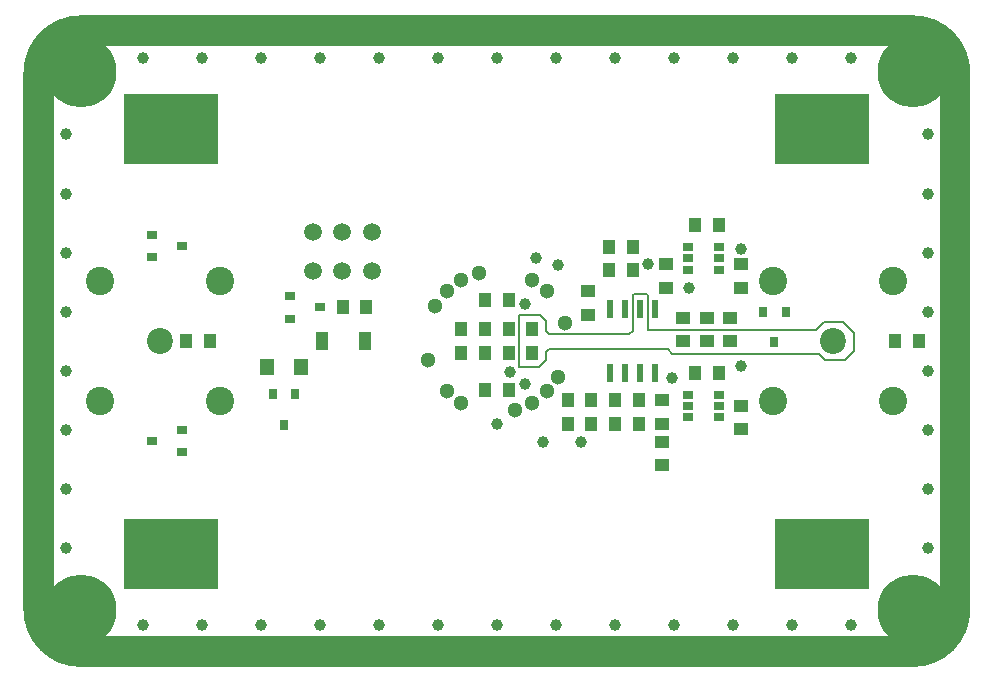
<source format=gts>
G04*
G04 #@! TF.GenerationSoftware,Altium Limited,CircuitStudio,1.5.2 (30)*
G04*
G04 Layer_Color=20142*
%FSLAX25Y25*%
%MOIN*%
G70*
G01*
G75*
%ADD10R,0.02559X0.03740*%
%ADD11R,0.03740X0.02559*%
%ADD12R,0.03937X0.04921*%
%ADD13R,0.02362X0.06102*%
%ADD14R,0.04921X0.03937*%
%ADD15R,0.05118X0.05512*%
%ADD16R,0.31496X0.23622*%
%ADD17R,0.03937X0.06299*%
%ADD19C,0.09843*%
%ADD20C,0.00800*%
%ADD21C,0.00500*%
%ADD22C,0.23622*%
%ADD23C,0.05118*%
%ADD24C,0.05906*%
%ADD25C,0.08661*%
%ADD26C,0.09449*%
%ADD27C,0.03937*%
D10*
X184925Y178847D02*
D03*
X181185Y189004D02*
D03*
X188665D02*
D03*
X352165Y216504D02*
D03*
X344685D02*
D03*
X348425Y206347D02*
D03*
D11*
X140847Y242165D02*
D03*
Y234685D02*
D03*
X151004Y238425D02*
D03*
X140847Y173425D02*
D03*
X151004Y177165D02*
D03*
Y169685D02*
D03*
X197004Y217925D02*
D03*
X186846Y214185D02*
D03*
Y221665D02*
D03*
X319724Y181299D02*
D03*
Y185039D02*
D03*
Y188779D02*
D03*
X329882D02*
D03*
Y185039D02*
D03*
Y181299D02*
D03*
X319724Y237992D02*
D03*
Y234252D02*
D03*
Y230512D02*
D03*
X329882D02*
D03*
Y234252D02*
D03*
Y237992D02*
D03*
D12*
X204488Y217925D02*
D03*
X212362Y217925D02*
D03*
X251969Y210630D02*
D03*
X244094Y210630D02*
D03*
X259842D02*
D03*
X267717Y210630D02*
D03*
X279488Y178925D02*
D03*
X287362Y178925D02*
D03*
X301181Y238189D02*
D03*
X293307Y238189D02*
D03*
X259862Y190425D02*
D03*
X251988Y190425D02*
D03*
X295276Y179134D02*
D03*
X303150Y179134D02*
D03*
X259862Y220425D02*
D03*
X251988Y220425D02*
D03*
X160204Y206693D02*
D03*
X152330Y206693D02*
D03*
X388583Y206693D02*
D03*
X396457Y206693D02*
D03*
X244094Y202756D02*
D03*
X251969Y202756D02*
D03*
X267762Y202825D02*
D03*
X259888Y202825D02*
D03*
X329862Y195925D02*
D03*
X321988Y195925D02*
D03*
X329862Y245425D02*
D03*
X321988Y245425D02*
D03*
X287433Y187039D02*
D03*
X279559Y187039D02*
D03*
X301181Y230315D02*
D03*
X293307Y230315D02*
D03*
X303150Y187008D02*
D03*
X295276Y187008D02*
D03*
D13*
X308681Y217323D02*
D03*
X303681D02*
D03*
X298681D02*
D03*
X293681D02*
D03*
X308681Y196063D02*
D03*
X303681D02*
D03*
X298681D02*
D03*
X293681D02*
D03*
D14*
X325787Y214567D02*
D03*
X325787Y206693D02*
D03*
X311024Y173228D02*
D03*
X311024Y165354D02*
D03*
X333661Y214567D02*
D03*
X333661Y206693D02*
D03*
X337425Y177362D02*
D03*
X337425Y185236D02*
D03*
X312425Y232362D02*
D03*
X312425Y224488D02*
D03*
X337425Y232362D02*
D03*
X337425Y224488D02*
D03*
X317913Y206693D02*
D03*
X317913Y214567D02*
D03*
X286425Y215488D02*
D03*
X286425Y223362D02*
D03*
X311024Y179134D02*
D03*
X311024Y187008D02*
D03*
D15*
X190634Y197925D02*
D03*
X179217D02*
D03*
D16*
X147362Y277559D02*
D03*
X364449D02*
D03*
X147362Y135827D02*
D03*
X364449D02*
D03*
D17*
X197638Y206693D02*
D03*
X211811D02*
D03*
D19*
X408465Y297165D02*
G03*
X404929Y305701I-12071J0D01*
G01*
X403543Y307087D02*
G03*
X396415Y310039I-7129J-7129D01*
G01*
X116220D02*
G03*
X107685Y306504I0J-12071D01*
G01*
X106882Y305701D02*
G03*
X103347Y297165I8535J-8535D01*
G01*
Y116142D02*
G03*
X106826Y107741I11881J0D01*
G01*
X108268Y106299D02*
G03*
X115396Y103347I7129J7129D01*
G01*
X395590D02*
G03*
X404126Y106882I0J12071D01*
G01*
X404929Y107685D02*
G03*
X408465Y116220I-8535J8535D01*
G01*
X403543Y307087D02*
X404929Y305701D01*
X394529Y310039D02*
X396415D01*
X408465Y296260D02*
Y297165D01*
X106882Y305701D02*
X107685Y306504D01*
X103347Y296260D02*
Y297165D01*
X106826Y107741D02*
X108268Y106299D01*
X115396Y103347D02*
X117126D01*
X391732D02*
X395590D01*
X404126Y106882D02*
X404929Y107685D01*
X408465Y116220D02*
Y117126D01*
X103347D02*
Y138779D01*
X117126Y103347D02*
X394685D01*
X408465Y117126D02*
Y296260D01*
X117126Y310039D02*
X394529D01*
X103347Y136811D02*
Y296260D01*
D20*
X263425Y197925D02*
Y215425D01*
Y197925D02*
X269925D01*
X272425Y200425D01*
X312807Y203925D02*
X314307Y202425D01*
X362425D01*
X363425D01*
X365425Y200425D01*
X371925D01*
X374925Y203425D01*
Y209425D01*
X371425Y212925D02*
X374925Y209425D01*
X364925Y212925D02*
X371425D01*
X362425Y210425D02*
X364925Y212925D01*
X306225Y210425D02*
X362425D01*
X301225Y210225D02*
Y221925D01*
X299925Y208925D02*
X301225Y210225D01*
X270425Y215425D02*
X272425Y213425D01*
X263425Y215425D02*
X270425D01*
X272425Y209925D02*
Y213425D01*
X273425Y208925D02*
X299925D01*
X272425Y200425D02*
Y202925D01*
X273425Y203925D01*
X312807D01*
X306225Y210425D02*
Y221925D01*
X305725Y222425D02*
X306225Y221925D01*
X301725Y222425D02*
X305725D01*
X301225Y221925D02*
X301725Y222425D01*
X272425Y209925D02*
X273425Y208925D01*
D21*
X98425Y117126D02*
G03*
X117126Y98425I18701J0D01*
G01*
X394685D02*
G03*
X413386Y117126I0J18701D01*
G01*
Y296260D02*
G03*
X394685Y314961I-18701J0D01*
G01*
X117126D02*
G03*
X98425Y296260I0J-18701D01*
G01*
X413386Y117126D02*
Y296260D01*
X117126Y314961D02*
X394685D01*
X117126Y98425D02*
X394685D01*
X98425Y117126D02*
Y296260D01*
D22*
X117126D02*
D03*
X394685D02*
D03*
Y117126D02*
D03*
X117126D02*
D03*
D23*
X249792Y229510D02*
D03*
X262019Y183876D02*
D03*
X244094Y186236D02*
D03*
X239202Y189990D02*
D03*
X233088Y200579D02*
D03*
X235448Y218504D02*
D03*
X239202Y223396D02*
D03*
X244094Y227150D02*
D03*
X267717Y227150D02*
D03*
X272609Y223396D02*
D03*
X278723Y212807D02*
D03*
X276363Y194882D02*
D03*
X272609Y189990D02*
D03*
X267717Y186236D02*
D03*
D24*
X194583Y242921D02*
D03*
X204425D02*
D03*
X214268D02*
D03*
X194583Y229929D02*
D03*
X204425D02*
D03*
X214268D02*
D03*
D25*
X368110Y206693D02*
D03*
X143701D02*
D03*
D26*
X348110Y186693D02*
D03*
Y226693D02*
D03*
X388110D02*
D03*
Y186693D02*
D03*
X123701Y226693D02*
D03*
Y186693D02*
D03*
X163701D02*
D03*
Y226693D02*
D03*
D27*
X271425Y172925D02*
D03*
X276425Y231925D02*
D03*
X306425Y232425D02*
D03*
X283925Y172925D02*
D03*
X265425Y192425D02*
D03*
X260425Y196425D02*
D03*
X255906Y179134D02*
D03*
X265225Y219225D02*
D03*
X319882Y224410D02*
D03*
X374016Y301181D02*
D03*
X137795D02*
D03*
X354331D02*
D03*
X334646D02*
D03*
X314961D02*
D03*
X295276D02*
D03*
X275590D02*
D03*
X255906D02*
D03*
X236221D02*
D03*
X216535D02*
D03*
X196850D02*
D03*
X177165D02*
D03*
X157480D02*
D03*
X399606Y275590D02*
D03*
Y255906D02*
D03*
Y236221D02*
D03*
Y216535D02*
D03*
Y196850D02*
D03*
Y177165D02*
D03*
Y157480D02*
D03*
Y137795D02*
D03*
X374016Y112205D02*
D03*
X354331D02*
D03*
X334646D02*
D03*
X314961D02*
D03*
X295276D02*
D03*
X275590D02*
D03*
X255906D02*
D03*
X236221D02*
D03*
X216535D02*
D03*
X196850D02*
D03*
X177165D02*
D03*
X157480D02*
D03*
X137795D02*
D03*
X112205Y275590D02*
D03*
Y255906D02*
D03*
Y236221D02*
D03*
Y216535D02*
D03*
Y196850D02*
D03*
Y177165D02*
D03*
Y157480D02*
D03*
Y137795D02*
D03*
X337425Y237425D02*
D03*
X314425Y194425D02*
D03*
X268925Y234425D02*
D03*
X337425Y198425D02*
D03*
M02*

</source>
